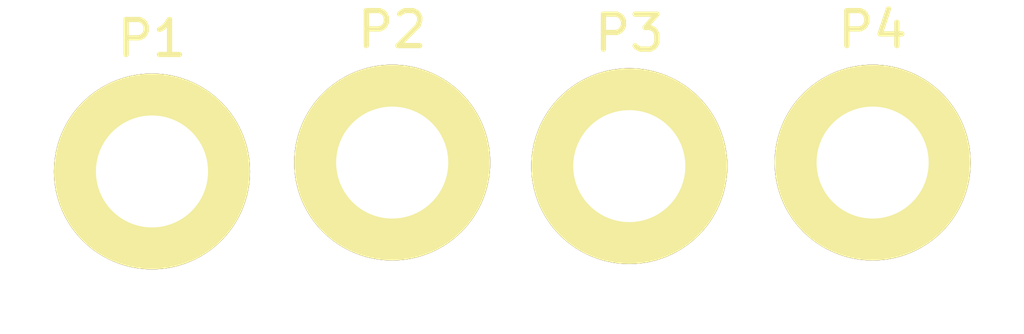
<source format=kicad_pcb>
(kicad_pcb (version 4) (host pcbnew 4.0.2-stable)

  (general
    (links 3)
    (no_connects 3)
    (area 0 0 0 0)
    (thickness 1.6)
    (drawings 0)
    (tracks 0)
    (zones 0)
    (modules 4)
    (nets 2)
  )

  (page A4)
  (layers
    (0 F.Cu signal)
    (31 B.Cu signal)
    (32 B.Adhes user)
    (33 F.Adhes user)
    (34 B.Paste user)
    (35 F.Paste user)
    (36 B.SilkS user)
    (37 F.SilkS user)
    (38 B.Mask user)
    (39 F.Mask user)
    (40 Dwgs.User user)
    (41 Cmts.User user)
    (42 Eco1.User user)
    (43 Eco2.User user)
    (44 Edge.Cuts user)
    (45 Margin user)
    (46 B.CrtYd user)
    (47 F.CrtYd user)
    (48 B.Fab user)
    (49 F.Fab user)
  )

  (setup
    (last_trace_width 0.25)
    (trace_clearance 0.2)
    (zone_clearance 0.508)
    (zone_45_only no)
    (trace_min 0.2)
    (segment_width 0.2)
    (edge_width 0.15)
    (via_size 0.6)
    (via_drill 0.4)
    (via_min_size 0.4)
    (via_min_drill 0.3)
    (uvia_size 0.3)
    (uvia_drill 0.1)
    (uvias_allowed no)
    (uvia_min_size 0.2)
    (uvia_min_drill 0.1)
    (pcb_text_width 0.3)
    (pcb_text_size 1.5 1.5)
    (mod_edge_width 0.15)
    (mod_text_size 1 1)
    (mod_text_width 0.15)
    (pad_size 1.524 1.524)
    (pad_drill 0.762)
    (pad_to_mask_clearance 0.2)
    (aux_axis_origin 0 0)
    (visible_elements FFFFFF7F)
    (pcbplotparams
      (layerselection 0x00030_80000001)
      (usegerberextensions false)
      (excludeedgelayer true)
      (linewidth 0.100000)
      (plotframeref false)
      (viasonmask false)
      (mode 1)
      (useauxorigin false)
      (hpglpennumber 1)
      (hpglpenspeed 20)
      (hpglpendiameter 15)
      (hpglpenoverlay 2)
      (psnegative false)
      (psa4output false)
      (plotreference true)
      (plotvalue true)
      (plotinvisibletext false)
      (padsonsilk false)
      (subtractmaskfromsilk false)
      (outputformat 1)
      (mirror false)
      (drillshape 1)
      (scaleselection 1)
      (outputdirectory ""))
  )

  (net 0 "")
  (net 1 GND)

  (net_class Default "This is the default net class."
    (clearance 0.2)
    (trace_width 0.25)
    (via_dia 0.6)
    (via_drill 0.4)
    (uvia_dia 0.3)
    (uvia_drill 0.1)
    (add_net GND)
  )

  (module Mounting_Holes:MountingHole_3.2mm_M3_DIN965_Pad (layer F.Cu) (tedit 56D1B4CB) (tstamp 572B5280)
    (at 134.874 105.156)
    (descr "Mounting Hole 3.2mm, M3, DIN965")
    (tags "mounting hole 3.2mm m3 din965")
    (path /572B51FA)
    (fp_text reference P1 (at 0 -3.8) (layer F.SilkS)
      (effects (font (size 1 1) (thickness 0.15)))
    )
    (fp_text value "no connect" (at 0 3.8) (layer F.Fab)
      (effects (font (size 1 1) (thickness 0.15)))
    )
    (fp_circle (center 0 0) (end 2.8 0) (layer Cmts.User) (width 0.15))
    (fp_circle (center 0 0) (end 3.05 0) (layer F.CrtYd) (width 0.05))
    (pad 1 thru_hole circle (at 0 0) (size 5.6 5.6) (drill 3.2) (layers *.Cu *.Mask F.SilkS)
      (net 1 GND))
  )

  (module Mounting_Holes:MountingHole_3.2mm_M3_DIN965_Pad (layer F.Cu) (tedit 56D1B4CB) (tstamp 572B5285)
    (at 141.732 104.902)
    (descr "Mounting Hole 3.2mm, M3, DIN965")
    (tags "mounting hole 3.2mm m3 din965")
    (path /572B525F)
    (fp_text reference P2 (at 0 -3.8) (layer F.SilkS)
      (effects (font (size 1 1) (thickness 0.15)))
    )
    (fp_text value "no connect" (at 0 3.8) (layer F.Fab)
      (effects (font (size 1 1) (thickness 0.15)))
    )
    (fp_circle (center 0 0) (end 2.8 0) (layer Cmts.User) (width 0.15))
    (fp_circle (center 0 0) (end 3.05 0) (layer F.CrtYd) (width 0.05))
    (pad 1 thru_hole circle (at 0 0) (size 5.6 5.6) (drill 3.2) (layers *.Cu *.Mask F.SilkS)
      (net 1 GND))
  )

  (module Mounting_Holes:MountingHole_3.2mm_M3_DIN965_Pad (layer F.Cu) (tedit 56D1B4CB) (tstamp 572B528A)
    (at 148.5011 105.0036)
    (descr "Mounting Hole 3.2mm, M3, DIN965")
    (tags "mounting hole 3.2mm m3 din965")
    (path /572B52A1)
    (fp_text reference P3 (at 0 -3.8) (layer F.SilkS)
      (effects (font (size 1 1) (thickness 0.15)))
    )
    (fp_text value "no connect" (at 0 3.8) (layer F.Fab)
      (effects (font (size 1 1) (thickness 0.15)))
    )
    (fp_circle (center 0 0) (end 2.8 0) (layer Cmts.User) (width 0.15))
    (fp_circle (center 0 0) (end 3.05 0) (layer F.CrtYd) (width 0.05))
    (pad 1 thru_hole circle (at 0 0) (size 5.6 5.6) (drill 3.2) (layers *.Cu *.Mask F.SilkS)
      (net 1 GND))
  )

  (module Mounting_Holes:MountingHole_3.2mm_M3_DIN965_Pad (layer F.Cu) (tedit 56D1B4CB) (tstamp 572B528F)
    (at 155.448 104.902)
    (descr "Mounting Hole 3.2mm, M3, DIN965")
    (tags "mounting hole 3.2mm m3 din965")
    (path /572B52AD)
    (fp_text reference P4 (at 0 -3.8) (layer F.SilkS)
      (effects (font (size 1 1) (thickness 0.15)))
    )
    (fp_text value "no connect" (at 0 3.8) (layer F.Fab)
      (effects (font (size 1 1) (thickness 0.15)))
    )
    (fp_circle (center 0 0) (end 2.8 0) (layer Cmts.User) (width 0.15))
    (fp_circle (center 0 0) (end 3.05 0) (layer F.CrtYd) (width 0.05))
    (pad 1 thru_hole circle (at 0 0) (size 5.6 5.6) (drill 3.2) (layers *.Cu *.Mask F.SilkS)
      (net 1 GND))
  )

)

</source>
